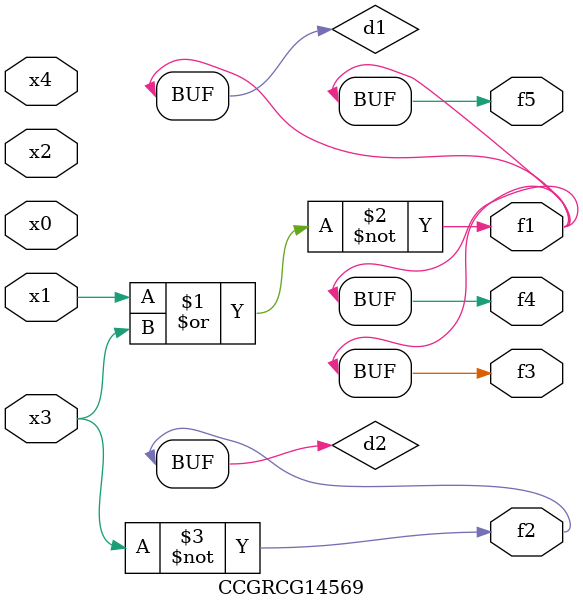
<source format=v>
module CCGRCG14569(
	input x0, x1, x2, x3, x4,
	output f1, f2, f3, f4, f5
);

	wire d1, d2;

	nor (d1, x1, x3);
	not (d2, x3);
	assign f1 = d1;
	assign f2 = d2;
	assign f3 = d1;
	assign f4 = d1;
	assign f5 = d1;
endmodule

</source>
